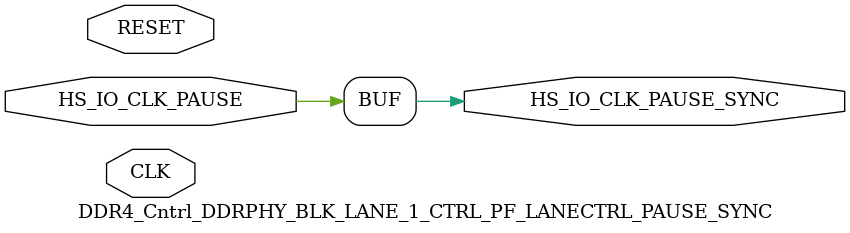
<source format=v>


module DDR4_Cntrl_DDRPHY_BLK_LANE_1_CTRL_PF_LANECTRL_PAUSE_SYNC( CLK, RESET, HS_IO_CLK_PAUSE, HS_IO_CLK_PAUSE_SYNC );
	
	input CLK, RESET, HS_IO_CLK_PAUSE;
	output HS_IO_CLK_PAUSE_SYNC;

	parameter ENABLE_PAUSE_EXTENSION = 2'b00;

	reg pause_reg_0, pause_reg_1, pause;
	wire pause_sync_0_i;

	generate 
		if( ENABLE_PAUSE_EXTENSION == 3'b000 ) begin : feed
			assign HS_IO_CLK_PAUSE_SYNC = HS_IO_CLK_PAUSE;
		end else if( ENABLE_PAUSE_EXTENSION == 3'b001 ) begin : pipe
			(* HS_IO_CLK_PAUSE_SYNC = 1, syn_keep = 1 *) SLE pause_sync_0(
				.CLK( CLK ),
				.D( HS_IO_CLK_PAUSE ),
				.Q( pause_sync_0_i ),
				.LAT( 1'b0 ),
				.EN( 1'b1 ),
				.ALn( ~RESET ),
				.ADn( 1'b1 ),
				.SLn( 1'b1 ),
				.SD( 1'b0 )
				);

			(* HS_IO_CLK_PAUSE_SYNC = 1, syn_keep = 1 *) SLE pause_sync (
				.CLK( CLK ),
				.D( pause_sync_0_i ),
				.Q( HS_IO_CLK_PAUSE_SYNC ),
				.LAT( 1'b0 ),
				.EN( 1'b1 ),
				.ALn( ~RESET ),
				.ADn( 1'b1 ),
				.SLn( 1'b1 ),
				.SD( 1'b0 )
				);
		end else if ( ENABLE_PAUSE_EXTENSION == 3'b010 ) begin : ext_pipe
			always @(posedge CLK or posedge RESET) begin : ext
				if( RESET == 1'b1 ) begin
					pause_reg_0 <= 1'b0;
					pause_reg_1 <= 1'b0;
					pause <= 1'b0;
				end else begin
					pause_reg_0 <= HS_IO_CLK_PAUSE;
					pause_reg_1 <= pause_reg_0;
					if( HS_IO_CLK_PAUSE == 1'b0 && pause_reg_0 ==1'b1 && pause_reg_1 == 1'b0 )
						pause <= 1'b1; // Extend by 1 cycle if the pulse is less than a cycle
					else
						pause <= HS_IO_CLK_PAUSE;
				end
			end

			(* HS_IO_CLK_PAUSE_SYNC = 1, syn_keep = 1 *) SLE pause_sync (
				.CLK( CLK ),
				.D( pause ),
				.Q( HS_IO_CLK_PAUSE_SYNC ),
				.LAT( 1'b0 ),
				.EN( 1'b1 ),
				.ALn( ~RESET ),
				.ADn( 1'b1 ),
				.SLn( 1'b1 ),
				.SD( 1'b0 )
				);
		end else if ( ENABLE_PAUSE_EXTENSION == 3'b011 ) begin : pipe_fall 
			(* HS_IO_CLK_PAUSE_SYNC = 1, syn_keep = 1 *) SLE pause_sync_0 (
				.CLK( CLK ),
				.D( HS_IO_CLK_PAUSE ),
				.Q( pause_sync_0_i ),
				.LAT( 1'b0 ),
				.EN( 1'b1 ),
				.ALn( ~RESET ),
				.ADn( 1'b1 ),
				.SLn( 1'b1 ),
				.SD( 1'b0 )
				);

			(* HS_IO_CLK_PAUSE_SYNC = 1, syn_keep = 1 *) SLE pause_sync (
				.CLK( ~CLK ),
				.D( pause_sync_0_i ),
				.Q( HS_IO_CLK_PAUSE_SYNC ),
				.LAT( 1'b0 ),
				.EN( 1'b1 ),
				.ALn( ~RESET ),
				.ADn( 1'b1 ),
				.SLn( 1'b1 ),
				.SD( 1'b0 )
				);
		end else if ( ENABLE_PAUSE_EXTENSION == 3'b100 ) begin : ext_pipe_fall 
			always @(posedge CLK or posedge RESET) begin : ext
				if( RESET == 1'b1 ) begin
					pause_reg_0 <= 1'b0;
					pause_reg_1 <= 1'b0;
					pause <= 1'b0;
				end else begin
					pause_reg_0 <= HS_IO_CLK_PAUSE;
					pause_reg_1 <= pause_reg_0;
					if( HS_IO_CLK_PAUSE == 1'b0 && pause_reg_0 ==1'b1 && pause_reg_1 == 1'b0 )
						pause <= 1'b1; // Extend by 1 cycle if the pulse is less than a cycle
					else
						pause <= HS_IO_CLK_PAUSE;
				end
			end

			(* HS_IO_CLK_PAUSE_SYNC = 1, syn_keep = 1 *) SLE pause_sync (
				.CLK( ~CLK ),
				.D( pause ),
				.Q( HS_IO_CLK_PAUSE_SYNC ),
				.LAT( 1'b0 ),
				.EN( 1'b1 ),
				.ALn( ~RESET ),
				.ADn( 1'b1 ),
				.SLn( 1'b1 ),
				.SD( 1'b0 )
				);
		end
	endgenerate

endmodule
</source>
